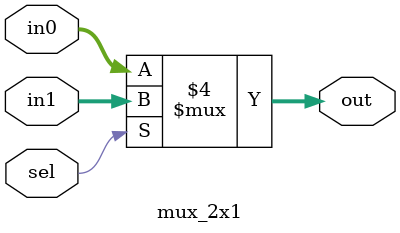
<source format=v>
 `timescale  1ns/100ps
	module mux_2x1(in0,in1,sel,out);
	
	//port declaration
	input [7:0] in0,in1;
	input sel;
	output [7:0] out; 
 
	reg out; //interenal signal
	
	
	always @ (in0,in1,sel) 
	begin
	
		if(sel == 1'b0)begin	
			out = in0;
		end else begin
			out = in1;
		end
	
	end 
	
	endmodule
	
/*	
	module mux_4x1(in0,in1,in2,in3,sel,out);
	
	//port declaration
	input [7:0] in0,in1,in2,in3;
	input [1:0]sel;
	output [7:0] out; 
 
	reg  out; //interenal signal
	
	
	always @ (in0,in1,sel) 
	begin
	
		case(sel)
		begin
		2'b00:
			out=in0;
		2'b01:
			out=in1;
		2'b10:
			out=in2;
		2'b11:
			out=in3;
		endcase
	
	end 
	
	endmodule
*/

</source>
